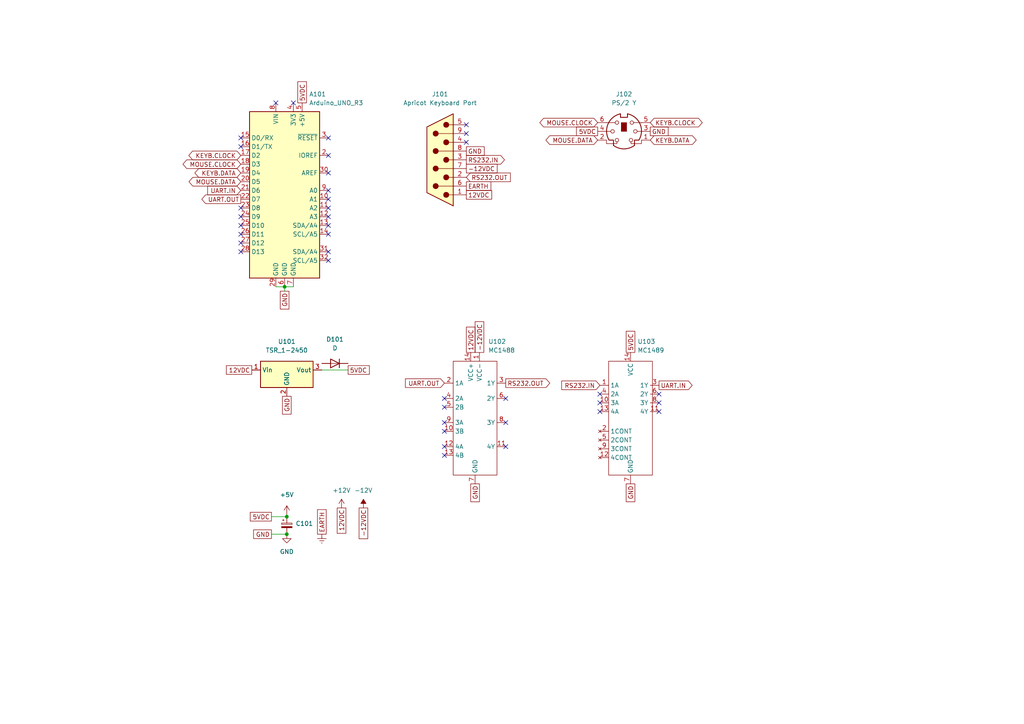
<source format=kicad_sch>
(kicad_sch (version 20211123) (generator eeschema)
  (paper "A4")
  (lib_symbols
    (symbol "Connector:DB9_Male" (pin_names (offset 1.016) hide)
      (property "Reference" "J" (at 0 13.97 0))
      (property "Value" "DB9_Male" (at 0 -14.605 0))
      (symbol "DB9_Male_0_1"
        (circle (center -1.778 -10.16) (radius 0.762) (fill (type outline)))
        (circle (center -1.778 -5.08) (radius 0.762) (fill (type outline)))
        (circle (center -1.778 0) (radius 0.762) (fill (type outline)))
        (circle (center -1.778 5.08) (radius 0.762) (fill (type outline)))
        (circle (center -1.778 10.16) (radius 0.762) (fill (type outline)))
        (polyline (pts (xy -3.81 -10.16) (xy -2.54 -10.16)))
        (polyline (pts (xy -3.81 -7.62) (xy 0.508 -7.62)))
        (polyline (pts (xy -3.81 -5.08) (xy -2.54 -5.08)))
        (polyline (pts (xy -3.81 -2.54) (xy 0.508 -2.54)))
        (polyline (pts (xy -3.81 0) (xy -2.54 0)))
        (polyline (pts (xy -3.81 2.54) (xy 0.508 2.54)))
        (polyline (pts (xy -3.81 5.08) (xy -2.54 5.08)))
        (polyline (pts (xy -3.81 7.62) (xy 0.508 7.62)))
        (polyline (pts (xy -3.81 10.16) (xy -2.54 10.16)))
        (polyline (pts (xy -3.81 -13.335) (xy -3.81 13.335) (xy 3.81 9.525) (xy 3.81 -9.525) (xy -3.81 -13.335)) (stroke (width 0.254)) (fill (type background)))
        (circle (center 1.27 -7.62) (radius 0.762) (fill (type outline)))
        (circle (center 1.27 -2.54) (radius 0.762) (fill (type outline)))
        (circle (center 1.27 2.54) (radius 0.762) (fill (type outline)))
        (circle (center 1.27 7.62) (radius 0.762) (fill (type outline)))
      )
      (symbol "DB9_Male_1_1"
        (pin passive line (at -7.62 -10.16 0) (length 3.81) (name "1") (number "1"))
        (pin passive line (at -7.62 -5.08 0) (length 3.81) (name "2") (number "2"))
        (pin passive line (at -7.62 0 0) (length 3.81) (name "3") (number "3"))
        (pin passive line (at -7.62 5.08 0) (length 3.81) (name "4") (number "4"))
        (pin passive line (at -7.62 10.16 0) (length 3.81) (name "5") (number "5"))
        (pin passive line (at -7.62 -7.62 0) (length 3.81) (name "6") (number "6"))
        (pin passive line (at -7.62 -2.54 0) (length 3.81) (name "7") (number "7"))
        (pin passive line (at -7.62 2.54 0) (length 3.81) (name "8") (number "8"))
        (pin passive line (at -7.62 7.62 0) (length 3.81) (name "9") (number "9"))
      )
    )
    (symbol "Connector:Mini-DIN-6" (pin_names (offset 1.016))
      (property "Reference" "J" (at 0 6.35 0))
      (property "Value" "Mini-DIN-6" (at 0 -6.35 0))
      (symbol "Mini-DIN-6_0_1"
        (circle (center -3.302 0) (radius 0.508))
        (arc (start -3.048 -4.064) (mid 0 -5.08) (end 3.048 -4.064) (stroke (width 0.254)))
        (circle (center -2.032 -2.54) (radius 0.508))
        (circle (center -2.032 2.54) (radius 0.508))
        (arc (start -1.016 5.08) (mid -4.6228 2.1214) (end -4.318 -2.54) (stroke (width 0.254)))
        (rectangle (start -0.762 2.54) (end 0.762 0) (fill (type outline)))
        (polyline (pts (xy -3.81 0) (xy -5.08 0)))
        (polyline (pts (xy -2.54 2.54) (xy -5.08 2.54)))
        (polyline (pts (xy 2.794 2.54) (xy 5.08 2.54)))
        (polyline (pts (xy 5.08 0) (xy 3.81 0)))
        (polyline (pts (xy -4.318 -2.54) (xy -3.048 -2.54) (xy -3.048 -4.064)) (stroke (width 0.254)))
        (polyline (pts (xy 4.318 -2.54) (xy 3.048 -2.54) (xy 3.048 -4.064)) (stroke (width 0.254)))
        (polyline (pts (xy -2.032 -3.048) (xy -2.032 -3.556) (xy -5.08 -3.556) (xy -5.08 -2.54)))
        (polyline (pts (xy -1.016 5.08) (xy -1.016 4.064) (xy 1.016 4.064) (xy 1.016 5.08)) (stroke (width 0.254)))
        (polyline (pts (xy 2.032 -3.048) (xy 2.032 -3.556) (xy 5.08 -3.556) (xy 5.08 -2.54)))
        (circle (center 2.032 -2.54) (radius 0.508))
        (circle (center 2.286 2.54) (radius 0.508))
        (circle (center 3.302 0) (radius 0.508))
        (arc (start 4.318 -2.54) (mid 4.6661 2.1322) (end 1.016 5.08) (stroke (width 0.254)))
      )
      (symbol "Mini-DIN-6_1_1"
        (pin passive line (at 7.62 -2.54 180) (length 2.54) (name "~") (number "1"))
        (pin passive line (at -7.62 -2.54 0) (length 2.54) (name "~") (number "2"))
        (pin passive line (at 7.62 0 180) (length 2.54) (name "~") (number "3"))
        (pin passive line (at -7.62 0 0) (length 2.54) (name "~") (number "4"))
        (pin passive line (at 7.62 2.54 180) (length 2.54) (name "~") (number "5"))
        (pin passive line (at -7.62 2.54 0) (length 2.54) (name "~") (number "6"))
      )
    )
    (symbol "Device:C_Polarized_Small" (pin_numbers hide) (pin_names (offset 0.254) hide)
      (property "Reference" "C" (at 0.254 1.778 0))
      (property "Value" "C_Polarized_Small" (at 0.254 -2.032 0))
      (symbol "C_Polarized_Small_0_1"
        (rectangle (start -1.524 -0.3048) (end 1.524 -0.6858) (fill (type outline)))
        (rectangle (start -1.524 0.6858) (end 1.524 0.3048))
        (polyline (pts (xy -1.27 1.524) (xy -0.762 1.524)))
        (polyline (pts (xy -1.016 1.27) (xy -1.016 1.778)))
      )
      (symbol "C_Polarized_Small_1_1"
        (pin passive line (at 0 2.54 270) (length 1.8542) (name "~") (number "1"))
        (pin passive line (at 0 -2.54 90) (length 1.8542) (name "~") (number "2"))
      )
    )
    (symbol "Device:D" (pin_numbers hide) (pin_names (offset 1.016) hide)
      (property "Reference" "D" (at 0 2.54 0))
      (property "Value" "D" (at 0 -2.54 0))
      (symbol "D_0_1"
        (polyline (pts (xy -1.27 1.27) (xy -1.27 -1.27)) (stroke (width 0.254)))
        (polyline (pts (xy 1.27 0) (xy -1.27 0)))
        (polyline (pts (xy 1.27 1.27) (xy 1.27 -1.27) (xy -1.27 0) (xy 1.27 1.27)) (stroke (width 0.254)))
      )
      (symbol "D_1_1"
        (pin passive line (at -3.81 0 0) (length 2.54) (name "K") (number "1"))
        (pin passive line (at 3.81 0 180) (length 2.54) (name "A") (number "2"))
      )
    )
    (symbol "MCU_Module:Arduino_UNO_R3"
      (property "Reference" "A" (at -10.16 23.495 0))
      (property "Value" "Arduino_UNO_R3" (at 5.08 -26.67 0))
      (symbol "Arduino_UNO_R3_0_1"
        (rectangle (start -10.16 22.86) (end 10.16 -25.4) (stroke (width 0.254)) (fill (type background)))
      )
      (symbol "Arduino_UNO_R3_1_1"
        (pin no_connect line (at -10.16 -20.32 0) (length 2.54) hide (name "NC") (number "1"))
        (pin bidirectional line (at 12.7 -2.54 180) (length 2.54) (name "A1") (number "10"))
        (pin bidirectional line (at 12.7 -5.08 180) (length 2.54) (name "A2") (number "11"))
        (pin bidirectional line (at 12.7 -7.62 180) (length 2.54) (name "A3") (number "12"))
        (pin bidirectional line (at 12.7 -10.16 180) (length 2.54) (name "SDA/A4") (number "13"))
        (pin bidirectional line (at 12.7 -12.7 180) (length 2.54) (name "SCL/A5") (number "14"))
        (pin bidirectional line (at -12.7 15.24 0) (length 2.54) (name "D0/RX") (number "15"))
        (pin bidirectional line (at -12.7 12.7 0) (length 2.54) (name "D1/TX") (number "16"))
        (pin bidirectional line (at -12.7 10.16 0) (length 2.54) (name "D2") (number "17"))
        (pin bidirectional line (at -12.7 7.62 0) (length 2.54) (name "D3") (number "18"))
        (pin bidirectional line (at -12.7 5.08 0) (length 2.54) (name "D4") (number "19"))
        (pin output line (at 12.7 10.16 180) (length 2.54) (name "IOREF") (number "2"))
        (pin bidirectional line (at -12.7 2.54 0) (length 2.54) (name "D5") (number "20"))
        (pin bidirectional line (at -12.7 0 0) (length 2.54) (name "D6") (number "21"))
        (pin bidirectional line (at -12.7 -2.54 0) (length 2.54) (name "D7") (number "22"))
        (pin bidirectional line (at -12.7 -5.08 0) (length 2.54) (name "D8") (number "23"))
        (pin bidirectional line (at -12.7 -7.62 0) (length 2.54) (name "D9") (number "24"))
        (pin bidirectional line (at -12.7 -10.16 0) (length 2.54) (name "D10") (number "25"))
        (pin bidirectional line (at -12.7 -12.7 0) (length 2.54) (name "D11") (number "26"))
        (pin bidirectional line (at -12.7 -15.24 0) (length 2.54) (name "D12") (number "27"))
        (pin bidirectional line (at -12.7 -17.78 0) (length 2.54) (name "D13") (number "28"))
        (pin power_in line (at -2.54 -27.94 90) (length 2.54) (name "GND") (number "29"))
        (pin input line (at 12.7 15.24 180) (length 2.54) (name "~{RESET}") (number "3"))
        (pin input line (at 12.7 5.08 180) (length 2.54) (name "AREF") (number "30"))
        (pin bidirectional line (at 12.7 -17.78 180) (length 2.54) (name "SDA/A4") (number "31"))
        (pin bidirectional line (at 12.7 -20.32 180) (length 2.54) (name "SCL/A5") (number "32"))
        (pin power_out line (at 2.54 25.4 270) (length 2.54) (name "3V3") (number "4"))
        (pin power_out line (at 5.08 25.4 270) (length 2.54) (name "+5V") (number "5"))
        (pin power_in line (at 0 -27.94 90) (length 2.54) (name "GND") (number "6"))
        (pin power_in line (at 2.54 -27.94 90) (length 2.54) (name "GND") (number "7"))
        (pin power_in line (at -2.54 25.4 270) (length 2.54) (name "VIN") (number "8"))
        (pin bidirectional line (at 12.7 0 180) (length 2.54) (name "A0") (number "9"))
      )
    )
    (symbol "Regulator_Switching:TSR_1-2450"
      (property "Reference" "U" (at -7.62 6.35 0))
      (property "Value" "TSR_1-2450" (at -1.27 6.35 0))
      (symbol "TSR_1-2450_0_1"
        (rectangle (start -7.62 5.08) (end 7.62 -2.54) (stroke (width 0.254)) (fill (type background)))
      )
      (symbol "TSR_1-2450_1_1"
        (pin power_in line (at -10.16 2.54 0) (length 2.54) (name "Vin") (number "1"))
        (pin power_in line (at 0 -5.08 90) (length 2.54) (name "GND") (number "2"))
        (pin power_out line (at 10.16 2.54 180) (length 2.54) (name "Vout") (number "3"))
      )
    )
    (symbol "mc148x:MC1488"
      (property "Reference" "U" (at 5.08 5.08 0))
      (property "Value" "MC1488" (at 0 -15.875 90))
      (symbol "MC1488_0_0"
        (pin power_in line (at 1.27 3.81 270) (length 2.54) (name "VCC-") (number "1"))
        (pin input line (at -8.89 -19.05 0) (length 2.54) (name "3B") (number "10"))
        (pin output line (at 8.89 -23.495 180) (length 2.54) (name "4Y") (number "11"))
        (pin input line (at -8.89 -23.495 0) (length 2.54) (name "4A") (number "12"))
        (pin input line (at -8.89 -26.035 0) (length 2.54) (name "4B") (number "13"))
        (pin power_in line (at -1.27 3.81 270) (length 2.54) (name "VCC+") (number "14"))
        (pin input line (at -8.89 -5.08 0) (length 2.54) (name "1A") (number "2"))
        (pin output line (at 8.89 -5.08 180) (length 2.54) (name "1Y") (number "3"))
        (pin input line (at -8.89 -9.525 0) (length 2.54) (name "2A") (number "4"))
        (pin input line (at -8.89 -12.065 0) (length 2.54) (name "2B") (number "5"))
        (pin output line (at 8.89 -9.525 180) (length 2.54) (name "2Y") (number "6"))
        (pin power_in line (at 0 -34.29 90) (length 2.54) (name "GND") (number "7"))
        (pin output line (at 8.89 -16.51 180) (length 2.54) (name "3Y") (number "8"))
        (pin input line (at -8.89 -16.51 0) (length 2.54) (name "3A") (number "9"))
      )
      (symbol "MC1488_0_1"
        (rectangle (start -6.35 1.27) (end 6.35 -31.75))
      )
    )
    (symbol "mc148x:MC1489"
      (property "Reference" "U" (at 5.08 5.08 0))
      (property "Value" "MC1489" (at 0 -13.335 90))
      (symbol "MC1489_0_0"
        (pin input line (at -8.89 -5.715 0) (length 2.54) (name "1A") (number "1"))
        (pin input line (at -8.89 -10.795 0) (length 2.54) (name "3A") (number "10"))
        (pin output line (at 8.255 -13.335 180) (length 2.54) (name "4Y") (number "11"))
        (pin no_connect line (at -8.89 -26.67 0) (length 2.54) (name "4CONT") (number "12"))
        (pin input line (at -8.89 -13.335 0) (length 2.54) (name "4A") (number "13"))
        (pin power_in line (at 0 3.81 270) (length 2.54) (name "VCC") (number "14"))
        (pin no_connect line (at -8.89 -19.05 0) (length 2.54) (name "1CONT") (number "2"))
        (pin output line (at 8.255 -5.715 180) (length 2.54) (name "1Y") (number "3"))
        (pin input line (at -8.89 -8.255 0) (length 2.54) (name "2A") (number "4"))
        (pin no_connect line (at -8.89 -21.59 0) (length 2.54) (name "2CONT") (number "5"))
        (pin output line (at 8.255 -8.255 180) (length 2.54) (name "2Y") (number "6"))
        (pin power_in line (at 0 -34.29 90) (length 2.54) (name "GND") (number "7"))
        (pin output line (at 8.255 -10.795 180) (length 2.54) (name "3Y") (number "8"))
        (pin no_connect line (at -8.89 -24.13 0) (length 2.54) (name "3CONT") (number "9"))
      )
      (symbol "MC1489_0_1"
        (rectangle (start -6.35 1.27) (end 6.35 -31.75))
      )
    )
    (symbol "power:+12V" (power) (pin_names (offset 0))
      (property "Value" "+12V" (at 0 3.556 0))
      (symbol "+12V_0_1"
        (polyline (pts (xy -0.762 1.27) (xy 0 2.54)))
        (polyline (pts (xy 0 0) (xy 0 2.54)))
        (polyline (pts (xy 0 2.54) (xy 0.762 1.27)))
      )
      (symbol "+12V_1_1"
        (pin power_in line (at 0 0 90) (length 0) hide (name "+12V") (number "1"))
      )
    )
    (symbol "power:+5V" (power) (pin_names (offset 0))
      (property "Value" "+5V" (at 0 3.556 0))
      (symbol "+5V_0_1"
        (polyline (pts (xy -0.762 1.27) (xy 0 2.54)))
        (polyline (pts (xy 0 0) (xy 0 2.54)))
        (polyline (pts (xy 0 2.54) (xy 0.762 1.27)))
      )
      (symbol "+5V_1_1"
        (pin power_in line (at 0 0 90) (length 0) hide (name "+5V") (number "1"))
      )
    )
    (symbol "power:-12V" (power) (pin_names (offset 0))
      (property "Value" "-12V" (at 0 3.81 0))
      (symbol "-12V_0_0"
        (pin power_in line (at 0 0 90) (length 0) hide (name "-12V") (number "1"))
      )
      (symbol "-12V_0_1"
        (polyline (pts (xy 0 0) (xy 0 1.27) (xy 0.762 1.27) (xy 0 2.54) (xy -0.762 1.27) (xy 0 1.27)) (fill (type outline)))
      )
    )
    (symbol "power:Earth" (power) (pin_names (offset 0))
      (symbol "Earth_0_1"
        (polyline (pts (xy -0.635 -1.905) (xy 0.635 -1.905)))
        (polyline (pts (xy -0.127 -2.54) (xy 0.127 -2.54)))
        (polyline (pts (xy 0 -1.27) (xy 0 0)))
        (polyline (pts (xy 1.27 -1.27) (xy -1.27 -1.27)))
      )
      (symbol "Earth_1_1"
        (pin power_in line (at 0 0 270) (length 0) hide (name "Earth") (number "1"))
      )
    )
    (symbol "power:GND" (power) (pin_names (offset 0))
      (property "Value" "GND" (at 0 -3.81 0))
      (symbol "GND_0_1"
        (polyline (pts (xy 0 0) (xy 0 -1.27) (xy 1.27 -1.27) (xy 0 -2.54) (xy -1.27 -1.27) (xy 0 -1.27)))
      )
      (symbol "GND_1_1"
        (pin power_in line (at 0 0 270) (length 0) hide (name "GND") (number "1"))
      )
    )
  )
  (junction (at 83.185 154.94))
  (junction (at 82.55 83.185))
  (junction (at 83.185 149.86))
  (no_connect (at 69.85 42.545))
  (no_connect (at 95.25 60.325))
  (no_connect (at 95.25 62.865))
  (no_connect (at 69.85 62.865))
  (no_connect (at 69.85 60.325))
  (no_connect (at 95.25 40.005))
  (no_connect (at 95.25 45.085))
  (no_connect (at 95.25 50.165))
  (no_connect (at 95.25 57.785))
  (no_connect (at 95.25 55.245))
  (no_connect (at 95.25 65.405))
  (no_connect (at 95.25 67.945))
  (no_connect (at 95.25 73.025))
  (no_connect (at 95.25 75.565))
  (no_connect (at 69.85 73.025))
  (no_connect (at 69.85 70.485))
  (no_connect (at 69.85 67.945))
  (no_connect (at 69.85 65.405))
  (no_connect (at 80.01 29.845))
  (no_connect (at 85.09 29.845))
  (no_connect (at 69.85 40.005))
  (no_connect (at 128.905 122.555))
  (no_connect (at 146.685 115.57))
  (no_connect (at 146.685 122.555))
  (no_connect (at 146.685 129.54))
  (no_connect (at 128.905 118.11))
  (no_connect (at 128.905 115.57))
  (no_connect (at 191.135 114.3))
  (no_connect (at 191.135 119.38))
  (no_connect (at 191.135 116.84))
  (no_connect (at 128.905 132.08))
  (no_connect (at 128.905 129.54))
  (no_connect (at 128.905 125.095))
  (no_connect (at 173.99 116.84))
  (no_connect (at 173.99 114.3))
  (no_connect (at 173.99 119.38))
  (no_connect (at 135.255 36.195))
  (no_connect (at 135.255 38.735))
  (no_connect (at 135.255 41.275))
  (wire (pts (xy 83.185 149.225) (xy 83.185 149.86)))
  (wire (pts (xy 78.74 154.94) (xy 83.185 154.94)))
  (wire (pts (xy 78.74 149.86) (xy 83.185 149.86)))
  (wire (pts (xy 93.345 107.315) (xy 100.965 107.315)))
  (wire (pts (xy 82.55 83.185) (xy 85.09 83.185)))
  (wire (pts (xy 82.55 84.455) (xy 82.55 83.185)))
  (wire (pts (xy 80.01 83.185) (xy 82.55 83.185)))
  (global_label "12VDC" (shape passive) (at 135.255 56.515 0) (property "Intersheet References" "${INTERSHEET_REFS}" (effects hide)))
  (global_label "12VDC" (shape passive) (at 99.06 147.32 270) (property "Intersheet References" "${INTERSHEET_REFS}" (effects hide)))
  (global_label "GND" (shape passive) (at 82.55 84.455 270) (property "Intersheet References" "${INTERSHEET_REFS}" (effects hide)))
  (global_label "MOUSE.DATA" (shape bidirectional) (at 173.355 40.64 180) (property "Intersheet References" "${INTERSHEET_REFS}" (effects hide)))
  (global_label "RS232.IN" (shape input) (at 173.99 111.76 180) (property "Intersheet References" "${INTERSHEET_REFS}" (effects hide)))
  (global_label "UART.IN" (shape input) (at 69.85 55.245 180) (property "Intersheet References" "${INTERSHEET_REFS}" (effects hide)))
  (global_label "MOUSE.CLOCK" (shape bidirectional) (at 69.85 47.625 180) (property "Intersheet References" "${INTERSHEET_REFS}" (effects hide)))
  (global_label "-12VDC" (shape passive) (at 105.41 147.32 270) (property "Intersheet References" "${INTERSHEET_REFS}" (effects hide)))
  (global_label "5VDC" (shape passive) (at 78.74 149.86 180) (property "Intersheet References" "${INTERSHEET_REFS}" (effects hide)))
  (global_label "-12VDC" (shape passive) (at 135.255 48.895 0) (property "Intersheet References" "${INTERSHEET_REFS}" (effects hide)))
  (global_label "GND" (shape passive) (at 137.795 140.335 270) (property "Intersheet References" "${INTERSHEET_REFS}" (effects hide)))
  (global_label "RS232.OUT" (shape output) (at 146.685 111.125 0) (property "Intersheet References" "${INTERSHEET_REFS}" (effects hide)))
  (global_label "GND" (shape passive) (at 182.88 140.335 270) (property "Intersheet References" "${INTERSHEET_REFS}" (effects hide)))
  (global_label "KEYB.CLOCK" (shape bidirectional) (at 69.85 45.085 180) (property "Intersheet References" "${INTERSHEET_REFS}" (effects hide)))
  (global_label "RS232.IN" (shape output) (at 135.255 46.355 0) (property "Intersheet References" "${INTERSHEET_REFS}" (effects hide)))
  (global_label "GND" (shape passive) (at 188.595 38.1 0) (property "Intersheet References" "${INTERSHEET_REFS}" (effects hide)))
  (global_label "MOUSE.DATA" (shape bidirectional) (at 69.85 52.705 180) (property "Intersheet References" "${INTERSHEET_REFS}" (effects hide)))
  (global_label "GND" (shape passive) (at 78.74 154.94 180) (property "Intersheet References" "${INTERSHEET_REFS}" (effects hide)))
  (global_label "RS232.OUT" (shape input) (at 135.255 51.435 0) (property "Intersheet References" "${INTERSHEET_REFS}" (effects hide)))
  (global_label "5VDC" (shape passive) (at 100.965 107.315 0) (property "Intersheet References" "${INTERSHEET_REFS}" (effects hide)))
  (global_label "12VDC" (shape passive) (at 136.525 102.235 90) (property "Intersheet References" "${INTERSHEET_REFS}" (effects hide)))
  (global_label "5VDC" (shape passive) (at 87.63 29.845 90) (property "Intersheet References" "${INTERSHEET_REFS}" (effects hide)))
  (global_label "KEYB.DATA" (shape bidirectional) (at 188.595 40.64 0) (property "Intersheet References" "${INTERSHEET_REFS}" (effects hide)))
  (global_label "EARTH" (shape passive) (at 93.345 154.94 90) (property "Intersheet References" "${INTERSHEET_REFS}" (effects hide)))
  (global_label "UART.OUT" (shape output) (at 69.85 57.785 180) (property "Intersheet References" "${INTERSHEET_REFS}" (effects hide)))
  (global_label "GND" (shape passive) (at 83.185 114.935 270) (property "Intersheet References" "${INTERSHEET_REFS}" (effects hide)))
  (global_label "EARTH" (shape passive) (at 135.255 53.975 0) (property "Intersheet References" "${INTERSHEET_REFS}" (effects hide)))
  (global_label "UART.OUT" (shape input) (at 128.905 111.125 180) (property "Intersheet References" "${INTERSHEET_REFS}" (effects hide)))
  (global_label "KEYB.CLOCK" (shape bidirectional) (at 188.595 35.56 0) (property "Intersheet References" "${INTERSHEET_REFS}" (effects hide)))
  (global_label "MOUSE.CLOCK" (shape bidirectional) (at 173.355 35.56 180) (property "Intersheet References" "${INTERSHEET_REFS}" (effects hide)))
  (global_label "GND" (shape passive) (at 135.255 43.815 0) (property "Intersheet References" "${INTERSHEET_REFS}" (effects hide)))
  (global_label "12VDC" (shape passive) (at 73.025 107.315 180) (property "Intersheet References" "${INTERSHEET_REFS}" (effects hide)))
  (global_label "5VDC" (shape passive) (at 182.88 102.235 90) (property "Intersheet References" "${INTERSHEET_REFS}" (effects hide)))
  (global_label "KEYB.DATA" (shape bidirectional) (at 69.85 50.165 180) (property "Intersheet References" "${INTERSHEET_REFS}" (effects hide)))
  (global_label "UART.IN" (shape output) (at 191.135 111.76 0) (property "Intersheet References" "${INTERSHEET_REFS}" (effects hide)))
  (global_label "5VDC" (shape passive) (at 173.355 38.1 180) (property "Intersheet References" "${INTERSHEET_REFS}" (effects hide)))
  (global_label "-12VDC" (shape passive) (at 139.065 102.235 90) (property "Intersheet References" "${INTERSHEET_REFS}" (effects hide)))
  (symbol (lib_id "power:-12V") (at 105.41 147.32 0) (unit 1)
    (property "Reference" "#PWR0105" (effects hide))
    (property "Value" "-12V" (at 105.41 142.24 0))
  )
  (symbol (lib_id "power:Earth") (at 93.345 154.94 0) (unit 1)
    (property "Reference" "#PWR0102" (effects hide))
    (property "Value" "Earth" (effects hide))
  )
  (symbol (lib_id "power:+12V") (at 99.06 147.32 0) (unit 1)
    (property "Reference" "#PWR0104" (effects hide))
    (property "Value" "+12V" (at 99.06 142.24 0))
  )
  (symbol (lib_id "power:GND") (at 83.185 154.94 0) (unit 1)
    (property "Reference" "#PWR0103" (effects hide))
    (property "Value" "GND" (at 83.185 160.02 0))
  )
  (symbol (lib_id "Device:C_Polarized_Small") (at 83.185 152.4 0) (unit 1)
    (property "Reference" "C101" (at 85.725 151.8538 0) (effects (justify left)))
    (property "Value" "C_Polarized_Small" (effects hide))
  )
  (symbol (lib_id "Regulator_Switching:TSR_1-2450") (at 83.185 109.855 0) (unit 1)
    (property "Reference" "U101" (at 83.185 99.06 0))
    (property "Value" "TSR_1-2450" (at 83.185 101.6 0))
    (property "Footprint" "Converter_DCDC:Converter_DCDC_TRACO_TSR-1_THT" (effects hide))
    (property "Datasheet" "http://www.tracopower.com/products/tsr1.pdf" (effects hide))
  )
  (symbol (lib_id "MCU_Module:Arduino_UNO_R3") (at 82.55 55.245 0) (unit 1)
    (property "Reference" "A101" (at 89.6494 27.305 0) (effects (justify left)))
    (property "Value" "Arduino_UNO_R3" (at 89.6494 29.845 0) (effects (justify left)))
    (property "Footprint" "Module:Arduino_UNO_R3" (effects hide))
    (property "Datasheet" "https://www.arduino.cc/en/Main/arduinoBoardUno" (effects hide))
  )
  (symbol (lib_id "Device:D") (at 97.155 105.41 180) (unit 1)
    (property "Reference" "D101" (at 97.155 98.425 0))
    (property "Value" "D" (at 97.155 100.965 0))
  )
  (symbol (lib_id "mc148x:MC1488") (at 137.795 106.045 0) (unit 1)
    (property "Reference" "U102" (at 141.605 99.06 0) (effects (justify left)))
    (property "Value" "MC1488" (at 141.605 101.6 0) (effects (justify left)))
    (property "Footprint" "Package_DIP:DIP-14_W7.62mm" (effects hide))
    (property "Datasheet" "https://www.ti.com/lit/ds/symlink/mc1488.pdf" (effects hide))
  )
  (symbol (lib_id "mc148x:MC1489") (at 182.88 106.045 0) (unit 1)
    (property "Reference" "U103" (at 184.8994 99.06 0) (effects (justify left)))
    (property "Value" "MC1489" (at 184.8994 101.6 0) (effects (justify left)))
    (property "Footprint" "Package_DIP:DIP-14_W7.62mm" (effects hide))
    (property "Datasheet" "https://www.ti.com/lit/ds/symlink/mc1489.pdf" (effects hide))
  )
  (symbol (lib_id "power:+5V") (at 83.185 149.225 0) (unit 1)
    (property "Reference" "#PWR0101" (effects hide))
    (property "Value" "+5V" (at 83.185 143.51 0))
  )
  (symbol (lib_id "Connector:DB9_Male") (at 127.635 46.355 0) (mirror y) (unit 1)
    (property "Reference" "J101" (at 127.635 27.305 0))
    (property "Value" "Apricot Keyboard Port" (at 127.635 29.845 0))
    (property "Footprint" "Connector_IDC:IDC-Header_2x05_P2.54mm_Vertical" (effects hide))
    (property "Datasheet" " ~" (effects hide))
  )
  (symbol (lib_id "Connector:Mini-DIN-6") (at 180.975 38.1 0) (unit 1)
    (property "Reference" "J102" (at 180.9927 27.305 0))
    (property "Value" "PS/2 Y" (at 180.9927 29.845 0))
    (property "Footprint" "Connector_PinHeader_2.54mm:PinHeader_1x06_P2.54mm_Horizontal" (effects hide))
    (property "Datasheet" "http://service.powerdynamics.com/ec/Catalog17/Section%2011.pdf" (effects hide))
  )
)
</source>
